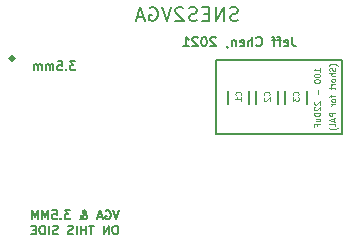
<source format=gbr>
G04 #@! TF.GenerationSoftware,KiCad,Pcbnew,(5.1.10-1-10_14)*
G04 #@! TF.CreationDate,2021-12-25T17:30:20-05:00*
G04 #@! TF.ProjectId,SNES2VGA,534e4553-3256-4474-912e-6b696361645f,1*
G04 #@! TF.SameCoordinates,Original*
G04 #@! TF.FileFunction,Legend,Bot*
G04 #@! TF.FilePolarity,Positive*
%FSLAX46Y46*%
G04 Gerber Fmt 4.6, Leading zero omitted, Abs format (unit mm)*
G04 Created by KiCad (PCBNEW (5.1.10-1-10_14)) date 2021-12-25 17:30:20*
%MOMM*%
%LPD*%
G01*
G04 APERTURE LIST*
%ADD10C,0.127000*%
%ADD11C,0.200000*%
%ADD12C,0.150000*%
%ADD13C,0.100000*%
%ADD14C,0.125000*%
%ADD15C,0.350000*%
%ADD16C,0.098425*%
%ADD17O,1.609600X3.117600*%
%ADD18C,1.801600*%
%ADD19C,4.167600*%
G04 APERTURE END LIST*
D10*
X149696190Y-94801904D02*
X149696190Y-95373333D01*
X149734285Y-95487619D01*
X149810476Y-95563809D01*
X149924761Y-95601904D01*
X150000952Y-95601904D01*
X149010476Y-95563809D02*
X149086666Y-95601904D01*
X149239047Y-95601904D01*
X149315238Y-95563809D01*
X149353333Y-95487619D01*
X149353333Y-95182857D01*
X149315238Y-95106666D01*
X149239047Y-95068571D01*
X149086666Y-95068571D01*
X149010476Y-95106666D01*
X148972380Y-95182857D01*
X148972380Y-95259047D01*
X149353333Y-95335238D01*
X148743809Y-95068571D02*
X148439047Y-95068571D01*
X148629523Y-95601904D02*
X148629523Y-94916190D01*
X148591428Y-94840000D01*
X148515238Y-94801904D01*
X148439047Y-94801904D01*
X148286666Y-95068571D02*
X147981904Y-95068571D01*
X148172380Y-95601904D02*
X148172380Y-94916190D01*
X148134285Y-94840000D01*
X148058095Y-94801904D01*
X147981904Y-94801904D01*
X146648571Y-95525714D02*
X146686666Y-95563809D01*
X146800952Y-95601904D01*
X146877142Y-95601904D01*
X146991428Y-95563809D01*
X147067619Y-95487619D01*
X147105714Y-95411428D01*
X147143809Y-95259047D01*
X147143809Y-95144761D01*
X147105714Y-94992380D01*
X147067619Y-94916190D01*
X146991428Y-94840000D01*
X146877142Y-94801904D01*
X146800952Y-94801904D01*
X146686666Y-94840000D01*
X146648571Y-94878095D01*
X146305714Y-95601904D02*
X146305714Y-94801904D01*
X145962857Y-95601904D02*
X145962857Y-95182857D01*
X146000952Y-95106666D01*
X146077142Y-95068571D01*
X146191428Y-95068571D01*
X146267619Y-95106666D01*
X146305714Y-95144761D01*
X145277142Y-95563809D02*
X145353333Y-95601904D01*
X145505714Y-95601904D01*
X145581904Y-95563809D01*
X145620000Y-95487619D01*
X145620000Y-95182857D01*
X145581904Y-95106666D01*
X145505714Y-95068571D01*
X145353333Y-95068571D01*
X145277142Y-95106666D01*
X145239047Y-95182857D01*
X145239047Y-95259047D01*
X145620000Y-95335238D01*
X144896190Y-95068571D02*
X144896190Y-95601904D01*
X144896190Y-95144761D02*
X144858095Y-95106666D01*
X144781904Y-95068571D01*
X144667619Y-95068571D01*
X144591428Y-95106666D01*
X144553333Y-95182857D01*
X144553333Y-95601904D01*
X144134285Y-95563809D02*
X144134285Y-95601904D01*
X144172380Y-95678095D01*
X144210476Y-95716190D01*
X143220000Y-94878095D02*
X143181904Y-94840000D01*
X143105714Y-94801904D01*
X142915238Y-94801904D01*
X142839047Y-94840000D01*
X142800952Y-94878095D01*
X142762857Y-94954285D01*
X142762857Y-95030476D01*
X142800952Y-95144761D01*
X143258095Y-95601904D01*
X142762857Y-95601904D01*
X142267619Y-94801904D02*
X142191428Y-94801904D01*
X142115238Y-94840000D01*
X142077142Y-94878095D01*
X142039047Y-94954285D01*
X142000952Y-95106666D01*
X142000952Y-95297142D01*
X142039047Y-95449523D01*
X142077142Y-95525714D01*
X142115238Y-95563809D01*
X142191428Y-95601904D01*
X142267619Y-95601904D01*
X142343809Y-95563809D01*
X142381904Y-95525714D01*
X142420000Y-95449523D01*
X142458095Y-95297142D01*
X142458095Y-95106666D01*
X142420000Y-94954285D01*
X142381904Y-94878095D01*
X142343809Y-94840000D01*
X142267619Y-94801904D01*
X141696190Y-94878095D02*
X141658095Y-94840000D01*
X141581904Y-94801904D01*
X141391428Y-94801904D01*
X141315238Y-94840000D01*
X141277142Y-94878095D01*
X141239047Y-94954285D01*
X141239047Y-95030476D01*
X141277142Y-95144761D01*
X141734285Y-95601904D01*
X141239047Y-95601904D01*
X140477142Y-95601904D02*
X140934285Y-95601904D01*
X140705714Y-95601904D02*
X140705714Y-94801904D01*
X140781904Y-94916190D01*
X140858095Y-94992380D01*
X140934285Y-95030476D01*
D11*
X145105714Y-93395714D02*
X144934285Y-93452857D01*
X144648571Y-93452857D01*
X144534285Y-93395714D01*
X144477142Y-93338571D01*
X144420000Y-93224285D01*
X144420000Y-93110000D01*
X144477142Y-92995714D01*
X144534285Y-92938571D01*
X144648571Y-92881428D01*
X144877142Y-92824285D01*
X144991428Y-92767142D01*
X145048571Y-92710000D01*
X145105714Y-92595714D01*
X145105714Y-92481428D01*
X145048571Y-92367142D01*
X144991428Y-92310000D01*
X144877142Y-92252857D01*
X144591428Y-92252857D01*
X144420000Y-92310000D01*
X143905714Y-93452857D02*
X143905714Y-92252857D01*
X143220000Y-93452857D01*
X143220000Y-92252857D01*
X142648571Y-92824285D02*
X142248571Y-92824285D01*
X142077142Y-93452857D02*
X142648571Y-93452857D01*
X142648571Y-92252857D01*
X142077142Y-92252857D01*
X141620000Y-93395714D02*
X141448571Y-93452857D01*
X141162857Y-93452857D01*
X141048571Y-93395714D01*
X140991428Y-93338571D01*
X140934285Y-93224285D01*
X140934285Y-93110000D01*
X140991428Y-92995714D01*
X141048571Y-92938571D01*
X141162857Y-92881428D01*
X141391428Y-92824285D01*
X141505714Y-92767142D01*
X141562857Y-92710000D01*
X141620000Y-92595714D01*
X141620000Y-92481428D01*
X141562857Y-92367142D01*
X141505714Y-92310000D01*
X141391428Y-92252857D01*
X141105714Y-92252857D01*
X140934285Y-92310000D01*
X140477142Y-92367142D02*
X140420000Y-92310000D01*
X140305714Y-92252857D01*
X140020000Y-92252857D01*
X139905714Y-92310000D01*
X139848571Y-92367142D01*
X139791428Y-92481428D01*
X139791428Y-92595714D01*
X139848571Y-92767142D01*
X140534285Y-93452857D01*
X139791428Y-93452857D01*
X139448571Y-92252857D02*
X139048571Y-93452857D01*
X138648571Y-92252857D01*
X137620000Y-92310000D02*
X137734285Y-92252857D01*
X137905714Y-92252857D01*
X138077142Y-92310000D01*
X138191428Y-92424285D01*
X138248571Y-92538571D01*
X138305714Y-92767142D01*
X138305714Y-92938571D01*
X138248571Y-93167142D01*
X138191428Y-93281428D01*
X138077142Y-93395714D01*
X137905714Y-93452857D01*
X137791428Y-93452857D01*
X137620000Y-93395714D01*
X137562857Y-93338571D01*
X137562857Y-92938571D01*
X137791428Y-92938571D01*
X137105714Y-93110000D02*
X136534285Y-93110000D01*
X137220000Y-93452857D02*
X136820000Y-92252857D01*
X136420000Y-93452857D01*
D12*
X131325714Y-96871285D02*
X130861428Y-96871285D01*
X131111428Y-97157000D01*
X131004285Y-97157000D01*
X130932857Y-97192714D01*
X130897142Y-97228428D01*
X130861428Y-97299857D01*
X130861428Y-97478428D01*
X130897142Y-97549857D01*
X130932857Y-97585571D01*
X131004285Y-97621285D01*
X131218571Y-97621285D01*
X131290000Y-97585571D01*
X131325714Y-97549857D01*
X130540000Y-97549857D02*
X130504285Y-97585571D01*
X130540000Y-97621285D01*
X130575714Y-97585571D01*
X130540000Y-97549857D01*
X130540000Y-97621285D01*
X129825714Y-96871285D02*
X130182857Y-96871285D01*
X130218571Y-97228428D01*
X130182857Y-97192714D01*
X130111428Y-97157000D01*
X129932857Y-97157000D01*
X129861428Y-97192714D01*
X129825714Y-97228428D01*
X129790000Y-97299857D01*
X129790000Y-97478428D01*
X129825714Y-97549857D01*
X129861428Y-97585571D01*
X129932857Y-97621285D01*
X130111428Y-97621285D01*
X130182857Y-97585571D01*
X130218571Y-97549857D01*
X129468571Y-97621285D02*
X129468571Y-97121285D01*
X129468571Y-97192714D02*
X129432857Y-97157000D01*
X129361428Y-97121285D01*
X129254285Y-97121285D01*
X129182857Y-97157000D01*
X129147142Y-97228428D01*
X129147142Y-97621285D01*
X129147142Y-97228428D02*
X129111428Y-97157000D01*
X129040000Y-97121285D01*
X128932857Y-97121285D01*
X128861428Y-97157000D01*
X128825714Y-97228428D01*
X128825714Y-97621285D01*
X128468571Y-97621285D02*
X128468571Y-97121285D01*
X128468571Y-97192714D02*
X128432857Y-97157000D01*
X128361428Y-97121285D01*
X128254285Y-97121285D01*
X128182857Y-97157000D01*
X128147142Y-97228428D01*
X128147142Y-97621285D01*
X128147142Y-97228428D02*
X128111428Y-97157000D01*
X128040000Y-97121285D01*
X127932857Y-97121285D01*
X127861428Y-97157000D01*
X127825714Y-97228428D01*
X127825714Y-97621285D01*
X135022142Y-109491785D02*
X134772142Y-110241785D01*
X134522142Y-109491785D01*
X133879285Y-109527500D02*
X133950714Y-109491785D01*
X134057857Y-109491785D01*
X134165000Y-109527500D01*
X134236428Y-109598928D01*
X134272142Y-109670357D01*
X134307857Y-109813214D01*
X134307857Y-109920357D01*
X134272142Y-110063214D01*
X134236428Y-110134642D01*
X134165000Y-110206071D01*
X134057857Y-110241785D01*
X133986428Y-110241785D01*
X133879285Y-110206071D01*
X133843571Y-110170357D01*
X133843571Y-109920357D01*
X133986428Y-109920357D01*
X133557857Y-110027500D02*
X133200714Y-110027500D01*
X133629285Y-110241785D02*
X133379285Y-109491785D01*
X133129285Y-110241785D01*
X131700714Y-110241785D02*
X131736428Y-110241785D01*
X131807857Y-110206071D01*
X131915000Y-110098928D01*
X132093571Y-109884642D01*
X132165000Y-109777500D01*
X132200714Y-109670357D01*
X132200714Y-109598928D01*
X132165000Y-109527500D01*
X132093571Y-109491785D01*
X132057857Y-109491785D01*
X131986428Y-109527500D01*
X131950714Y-109598928D01*
X131950714Y-109634642D01*
X131986428Y-109706071D01*
X132022142Y-109741785D01*
X132236428Y-109884642D01*
X132272142Y-109920357D01*
X132307857Y-109991785D01*
X132307857Y-110098928D01*
X132272142Y-110170357D01*
X132236428Y-110206071D01*
X132165000Y-110241785D01*
X132057857Y-110241785D01*
X131986428Y-110206071D01*
X131950714Y-110170357D01*
X131843571Y-110027500D01*
X131807857Y-109920357D01*
X131807857Y-109848928D01*
X130879285Y-109491785D02*
X130415000Y-109491785D01*
X130665000Y-109777500D01*
X130557857Y-109777500D01*
X130486428Y-109813214D01*
X130450714Y-109848928D01*
X130415000Y-109920357D01*
X130415000Y-110098928D01*
X130450714Y-110170357D01*
X130486428Y-110206071D01*
X130557857Y-110241785D01*
X130772142Y-110241785D01*
X130843571Y-110206071D01*
X130879285Y-110170357D01*
X130093571Y-110170357D02*
X130057857Y-110206071D01*
X130093571Y-110241785D01*
X130129285Y-110206071D01*
X130093571Y-110170357D01*
X130093571Y-110241785D01*
X129379285Y-109491785D02*
X129736428Y-109491785D01*
X129772142Y-109848928D01*
X129736428Y-109813214D01*
X129665000Y-109777500D01*
X129486428Y-109777500D01*
X129415000Y-109813214D01*
X129379285Y-109848928D01*
X129343571Y-109920357D01*
X129343571Y-110098928D01*
X129379285Y-110170357D01*
X129415000Y-110206071D01*
X129486428Y-110241785D01*
X129665000Y-110241785D01*
X129736428Y-110206071D01*
X129772142Y-110170357D01*
X129022142Y-110241785D02*
X129022142Y-109491785D01*
X128772142Y-110027500D01*
X128522142Y-109491785D01*
X128522142Y-110241785D01*
X128165000Y-110241785D02*
X128165000Y-109491785D01*
X127915000Y-110027500D01*
X127665000Y-109491785D01*
X127665000Y-110241785D01*
X134790000Y-110766785D02*
X134647142Y-110766785D01*
X134575714Y-110802500D01*
X134504285Y-110873928D01*
X134468571Y-111016785D01*
X134468571Y-111266785D01*
X134504285Y-111409642D01*
X134575714Y-111481071D01*
X134647142Y-111516785D01*
X134790000Y-111516785D01*
X134861428Y-111481071D01*
X134932857Y-111409642D01*
X134968571Y-111266785D01*
X134968571Y-111016785D01*
X134932857Y-110873928D01*
X134861428Y-110802500D01*
X134790000Y-110766785D01*
X134147142Y-111516785D02*
X134147142Y-110766785D01*
X133718571Y-111516785D01*
X133718571Y-110766785D01*
X132897142Y-110766785D02*
X132468571Y-110766785D01*
X132682857Y-111516785D02*
X132682857Y-110766785D01*
X132218571Y-111516785D02*
X132218571Y-110766785D01*
X132218571Y-111123928D02*
X131790000Y-111123928D01*
X131790000Y-111516785D02*
X131790000Y-110766785D01*
X131432857Y-111516785D02*
X131432857Y-110766785D01*
X131111428Y-111481071D02*
X131004285Y-111516785D01*
X130825714Y-111516785D01*
X130754285Y-111481071D01*
X130718571Y-111445357D01*
X130682857Y-111373928D01*
X130682857Y-111302500D01*
X130718571Y-111231071D01*
X130754285Y-111195357D01*
X130825714Y-111159642D01*
X130968571Y-111123928D01*
X131040000Y-111088214D01*
X131075714Y-111052500D01*
X131111428Y-110981071D01*
X131111428Y-110909642D01*
X131075714Y-110838214D01*
X131040000Y-110802500D01*
X130968571Y-110766785D01*
X130790000Y-110766785D01*
X130682857Y-110802500D01*
X129825714Y-111481071D02*
X129718571Y-111516785D01*
X129540000Y-111516785D01*
X129468571Y-111481071D01*
X129432857Y-111445357D01*
X129397142Y-111373928D01*
X129397142Y-111302500D01*
X129432857Y-111231071D01*
X129468571Y-111195357D01*
X129540000Y-111159642D01*
X129682857Y-111123928D01*
X129754285Y-111088214D01*
X129790000Y-111052500D01*
X129825714Y-110981071D01*
X129825714Y-110909642D01*
X129790000Y-110838214D01*
X129754285Y-110802500D01*
X129682857Y-110766785D01*
X129504285Y-110766785D01*
X129397142Y-110802500D01*
X129075714Y-111516785D02*
X129075714Y-110766785D01*
X128718571Y-111516785D02*
X128718571Y-110766785D01*
X128540000Y-110766785D01*
X128432857Y-110802500D01*
X128361428Y-110873928D01*
X128325714Y-110945357D01*
X128290000Y-111088214D01*
X128290000Y-111195357D01*
X128325714Y-111338214D01*
X128361428Y-111409642D01*
X128432857Y-111481071D01*
X128540000Y-111516785D01*
X128718571Y-111516785D01*
X127968571Y-111123928D02*
X127718571Y-111123928D01*
X127611428Y-111516785D02*
X127968571Y-111516785D01*
X127968571Y-110766785D01*
X127611428Y-110766785D01*
D13*
X152036190Y-97731428D02*
X152036190Y-97445714D01*
X152036190Y-97588571D02*
X151536190Y-97588571D01*
X151607619Y-97540952D01*
X151655238Y-97493333D01*
X151679047Y-97445714D01*
X151536190Y-98040952D02*
X151536190Y-98088571D01*
X151560000Y-98136190D01*
X151583809Y-98160000D01*
X151631428Y-98183809D01*
X151726666Y-98207619D01*
X151845714Y-98207619D01*
X151940952Y-98183809D01*
X151988571Y-98160000D01*
X152012380Y-98136190D01*
X152036190Y-98088571D01*
X152036190Y-98040952D01*
X152012380Y-97993333D01*
X151988571Y-97969523D01*
X151940952Y-97945714D01*
X151845714Y-97921904D01*
X151726666Y-97921904D01*
X151631428Y-97945714D01*
X151583809Y-97969523D01*
X151560000Y-97993333D01*
X151536190Y-98040952D01*
X151536190Y-98517142D02*
X151536190Y-98564761D01*
X151560000Y-98612380D01*
X151583809Y-98636190D01*
X151631428Y-98660000D01*
X151726666Y-98683809D01*
X151845714Y-98683809D01*
X151940952Y-98660000D01*
X151988571Y-98636190D01*
X152012380Y-98612380D01*
X152036190Y-98564761D01*
X152036190Y-98517142D01*
X152012380Y-98469523D01*
X151988571Y-98445714D01*
X151940952Y-98421904D01*
X151845714Y-98398095D01*
X151726666Y-98398095D01*
X151631428Y-98421904D01*
X151583809Y-98445714D01*
X151560000Y-98469523D01*
X151536190Y-98517142D01*
X151845714Y-99279047D02*
X151845714Y-99660000D01*
X151583809Y-100255238D02*
X151560000Y-100279047D01*
X151536190Y-100326666D01*
X151536190Y-100445714D01*
X151560000Y-100493333D01*
X151583809Y-100517142D01*
X151631428Y-100540952D01*
X151679047Y-100540952D01*
X151750476Y-100517142D01*
X152036190Y-100231428D01*
X152036190Y-100540952D01*
X151583809Y-100731428D02*
X151560000Y-100755238D01*
X151536190Y-100802857D01*
X151536190Y-100921904D01*
X151560000Y-100969523D01*
X151583809Y-100993333D01*
X151631428Y-101017142D01*
X151679047Y-101017142D01*
X151750476Y-100993333D01*
X152036190Y-100707619D01*
X152036190Y-101017142D01*
X151536190Y-101326666D02*
X151536190Y-101374285D01*
X151560000Y-101421904D01*
X151583809Y-101445714D01*
X151631428Y-101469523D01*
X151726666Y-101493333D01*
X151845714Y-101493333D01*
X151940952Y-101469523D01*
X151988571Y-101445714D01*
X152012380Y-101421904D01*
X152036190Y-101374285D01*
X152036190Y-101326666D01*
X152012380Y-101279047D01*
X151988571Y-101255238D01*
X151940952Y-101231428D01*
X151845714Y-101207619D01*
X151726666Y-101207619D01*
X151631428Y-101231428D01*
X151583809Y-101255238D01*
X151560000Y-101279047D01*
X151536190Y-101326666D01*
X151702857Y-101921904D02*
X152036190Y-101921904D01*
X151702857Y-101707619D02*
X151964761Y-101707619D01*
X152012380Y-101731428D01*
X152036190Y-101779047D01*
X152036190Y-101850476D01*
X152012380Y-101898095D01*
X151988571Y-101921904D01*
X151774285Y-102326666D02*
X151774285Y-102160000D01*
X152036190Y-102160000D02*
X151536190Y-102160000D01*
X151536190Y-102398095D01*
D14*
X153526666Y-97229047D02*
X153502857Y-97205238D01*
X153431428Y-97157619D01*
X153383809Y-97133809D01*
X153312380Y-97110000D01*
X153193333Y-97086190D01*
X153098095Y-97086190D01*
X152979047Y-97110000D01*
X152907619Y-97133809D01*
X152860000Y-97157619D01*
X152788571Y-97205238D01*
X152764761Y-97229047D01*
X153312380Y-97395714D02*
X153336190Y-97467142D01*
X153336190Y-97586190D01*
X153312380Y-97633809D01*
X153288571Y-97657619D01*
X153240952Y-97681428D01*
X153193333Y-97681428D01*
X153145714Y-97657619D01*
X153121904Y-97633809D01*
X153098095Y-97586190D01*
X153074285Y-97490952D01*
X153050476Y-97443333D01*
X153026666Y-97419523D01*
X152979047Y-97395714D01*
X152931428Y-97395714D01*
X152883809Y-97419523D01*
X152860000Y-97443333D01*
X152836190Y-97490952D01*
X152836190Y-97610000D01*
X152860000Y-97681428D01*
X153336190Y-97895714D02*
X152836190Y-97895714D01*
X153336190Y-98110000D02*
X153074285Y-98110000D01*
X153026666Y-98086190D01*
X153002857Y-98038571D01*
X153002857Y-97967142D01*
X153026666Y-97919523D01*
X153050476Y-97895714D01*
X153336190Y-98419523D02*
X153312380Y-98371904D01*
X153288571Y-98348095D01*
X153240952Y-98324285D01*
X153098095Y-98324285D01*
X153050476Y-98348095D01*
X153026666Y-98371904D01*
X153002857Y-98419523D01*
X153002857Y-98490952D01*
X153026666Y-98538571D01*
X153050476Y-98562380D01*
X153098095Y-98586190D01*
X153240952Y-98586190D01*
X153288571Y-98562380D01*
X153312380Y-98538571D01*
X153336190Y-98490952D01*
X153336190Y-98419523D01*
X153336190Y-98800476D02*
X153002857Y-98800476D01*
X153098095Y-98800476D02*
X153050476Y-98824285D01*
X153026666Y-98848095D01*
X153002857Y-98895714D01*
X153002857Y-98943333D01*
X153002857Y-99038571D02*
X153002857Y-99229047D01*
X152836190Y-99110000D02*
X153264761Y-99110000D01*
X153312380Y-99133809D01*
X153336190Y-99181428D01*
X153336190Y-99229047D01*
X153002857Y-99705238D02*
X153002857Y-99895714D01*
X153336190Y-99776666D02*
X152907619Y-99776666D01*
X152860000Y-99800476D01*
X152836190Y-99848095D01*
X152836190Y-99895714D01*
X153336190Y-100133809D02*
X153312380Y-100086190D01*
X153288571Y-100062380D01*
X153240952Y-100038571D01*
X153098095Y-100038571D01*
X153050476Y-100062380D01*
X153026666Y-100086190D01*
X153002857Y-100133809D01*
X153002857Y-100205238D01*
X153026666Y-100252857D01*
X153050476Y-100276666D01*
X153098095Y-100300476D01*
X153240952Y-100300476D01*
X153288571Y-100276666D01*
X153312380Y-100252857D01*
X153336190Y-100205238D01*
X153336190Y-100133809D01*
X153336190Y-100514761D02*
X153002857Y-100514761D01*
X153098095Y-100514761D02*
X153050476Y-100538571D01*
X153026666Y-100562380D01*
X153002857Y-100610000D01*
X153002857Y-100657619D01*
X153336190Y-101205238D02*
X152836190Y-101205238D01*
X152836190Y-101395714D01*
X152860000Y-101443333D01*
X152883809Y-101467142D01*
X152931428Y-101490952D01*
X153002857Y-101490952D01*
X153050476Y-101467142D01*
X153074285Y-101443333D01*
X153098095Y-101395714D01*
X153098095Y-101205238D01*
X153193333Y-101681428D02*
X153193333Y-101919523D01*
X153336190Y-101633809D02*
X152836190Y-101800476D01*
X153336190Y-101967142D01*
X153336190Y-102371904D02*
X153336190Y-102133809D01*
X152836190Y-102133809D01*
X153526666Y-102490952D02*
X153502857Y-102514761D01*
X153431428Y-102562380D01*
X153383809Y-102586190D01*
X153312380Y-102610000D01*
X153193333Y-102633809D01*
X153098095Y-102633809D01*
X152979047Y-102610000D01*
X152907619Y-102586190D01*
X152860000Y-102562380D01*
X152788571Y-102514761D01*
X152764761Y-102490952D01*
D10*
X153890000Y-103010000D02*
X153890000Y-96730000D01*
X143200000Y-103010000D02*
X153890000Y-103010000D01*
X143200000Y-96730000D02*
X143200000Y-103010000D01*
X153890000Y-96730000D02*
X143200000Y-96730000D01*
X144230000Y-99390000D02*
X144230000Y-100470000D01*
X146030000Y-99390000D02*
X146030000Y-100470000D01*
X146660000Y-99390000D02*
X146660000Y-100470000D01*
X148460000Y-99390000D02*
X148460000Y-100470000D01*
X149100000Y-99390000D02*
X149100000Y-100470000D01*
X150900000Y-99390000D02*
X150900000Y-100470000D01*
D15*
X126130000Y-96620000D02*
G75*
G03*
X126130000Y-96620000I-150000J0D01*
G01*
D16*
X145318571Y-99736666D02*
X145342380Y-99712857D01*
X145366190Y-99641428D01*
X145366190Y-99593809D01*
X145342380Y-99522380D01*
X145294761Y-99474761D01*
X145247142Y-99450952D01*
X145151904Y-99427142D01*
X145080476Y-99427142D01*
X144985238Y-99450952D01*
X144937619Y-99474761D01*
X144890000Y-99522380D01*
X144866190Y-99593809D01*
X144866190Y-99641428D01*
X144890000Y-99712857D01*
X144913809Y-99736666D01*
X145366190Y-100212857D02*
X145366190Y-99927142D01*
X145366190Y-100070000D02*
X144866190Y-100070000D01*
X144937619Y-100022380D01*
X144985238Y-99974761D01*
X145009047Y-99927142D01*
X147738571Y-99746666D02*
X147762380Y-99722857D01*
X147786190Y-99651428D01*
X147786190Y-99603809D01*
X147762380Y-99532380D01*
X147714761Y-99484761D01*
X147667142Y-99460952D01*
X147571904Y-99437142D01*
X147500476Y-99437142D01*
X147405238Y-99460952D01*
X147357619Y-99484761D01*
X147310000Y-99532380D01*
X147286190Y-99603809D01*
X147286190Y-99651428D01*
X147310000Y-99722857D01*
X147333809Y-99746666D01*
X147333809Y-99937142D02*
X147310000Y-99960952D01*
X147286190Y-100008571D01*
X147286190Y-100127619D01*
X147310000Y-100175238D01*
X147333809Y-100199047D01*
X147381428Y-100222857D01*
X147429047Y-100222857D01*
X147500476Y-100199047D01*
X147786190Y-99913333D01*
X147786190Y-100222857D01*
X150188571Y-99736666D02*
X150212380Y-99712857D01*
X150236190Y-99641428D01*
X150236190Y-99593809D01*
X150212380Y-99522380D01*
X150164761Y-99474761D01*
X150117142Y-99450952D01*
X150021904Y-99427142D01*
X149950476Y-99427142D01*
X149855238Y-99450952D01*
X149807619Y-99474761D01*
X149760000Y-99522380D01*
X149736190Y-99593809D01*
X149736190Y-99641428D01*
X149760000Y-99712857D01*
X149783809Y-99736666D01*
X149736190Y-99903333D02*
X149736190Y-100212857D01*
X149926666Y-100046190D01*
X149926666Y-100117619D01*
X149950476Y-100165238D01*
X149974285Y-100189047D01*
X150021904Y-100212857D01*
X150140952Y-100212857D01*
X150188571Y-100189047D01*
X150212380Y-100165238D01*
X150236190Y-100117619D01*
X150236190Y-99974761D01*
X150212380Y-99927142D01*
X150188571Y-99903333D01*
%LPC*%
G36*
G01*
X144220000Y-97819200D02*
X146040000Y-97819200D01*
G75*
G02*
X146090800Y-97870000I0J-50800D01*
G01*
X146090800Y-99070000D01*
G75*
G02*
X146040000Y-99120800I-50800J0D01*
G01*
X144220000Y-99120800D01*
G75*
G02*
X144169200Y-99070000I0J50800D01*
G01*
X144169200Y-97870000D01*
G75*
G02*
X144220000Y-97819200I50800J0D01*
G01*
G37*
G36*
G01*
X144220000Y-100739200D02*
X146040000Y-100739200D01*
G75*
G02*
X146090800Y-100790000I0J-50800D01*
G01*
X146090800Y-101990000D01*
G75*
G02*
X146040000Y-102040800I-50800J0D01*
G01*
X144220000Y-102040800D01*
G75*
G02*
X144169200Y-101990000I0J50800D01*
G01*
X144169200Y-100790000D01*
G75*
G02*
X144220000Y-100739200I50800J0D01*
G01*
G37*
G36*
G01*
X146650000Y-97819200D02*
X148470000Y-97819200D01*
G75*
G02*
X148520800Y-97870000I0J-50800D01*
G01*
X148520800Y-99070000D01*
G75*
G02*
X148470000Y-99120800I-50800J0D01*
G01*
X146650000Y-99120800D01*
G75*
G02*
X146599200Y-99070000I0J50800D01*
G01*
X146599200Y-97870000D01*
G75*
G02*
X146650000Y-97819200I50800J0D01*
G01*
G37*
G36*
G01*
X146650000Y-100739200D02*
X148470000Y-100739200D01*
G75*
G02*
X148520800Y-100790000I0J-50800D01*
G01*
X148520800Y-101990000D01*
G75*
G02*
X148470000Y-102040800I-50800J0D01*
G01*
X146650000Y-102040800D01*
G75*
G02*
X146599200Y-101990000I0J50800D01*
G01*
X146599200Y-100790000D01*
G75*
G02*
X146650000Y-100739200I50800J0D01*
G01*
G37*
G36*
G01*
X149090000Y-97819200D02*
X150910000Y-97819200D01*
G75*
G02*
X150960800Y-97870000I0J-50800D01*
G01*
X150960800Y-99070000D01*
G75*
G02*
X150910000Y-99120800I-50800J0D01*
G01*
X149090000Y-99120800D01*
G75*
G02*
X149039200Y-99070000I0J50800D01*
G01*
X149039200Y-97870000D01*
G75*
G02*
X149090000Y-97819200I50800J0D01*
G01*
G37*
G36*
G01*
X149090000Y-100739200D02*
X150910000Y-100739200D01*
G75*
G02*
X150960800Y-100790000I0J-50800D01*
G01*
X150960800Y-101990000D01*
G75*
G02*
X150910000Y-102040800I-50800J0D01*
G01*
X149090000Y-102040800D01*
G75*
G02*
X149039200Y-101990000I0J50800D01*
G01*
X149039200Y-100790000D01*
G75*
G02*
X149090000Y-100739200I50800J0D01*
G01*
G37*
D17*
X126550000Y-98550000D03*
X128950000Y-100550000D03*
X132650000Y-98550000D03*
X134450000Y-100550000D03*
X138150000Y-98550000D03*
G36*
G01*
X145979200Y-91290400D02*
X145979200Y-88989600D01*
G75*
G02*
X146479600Y-88489200I500400J0D01*
G01*
X147480400Y-88489200D01*
G75*
G02*
X147980800Y-88989600I0J-500400D01*
G01*
X147980800Y-91290400D01*
G75*
G02*
X147480400Y-91790800I-500400J0D01*
G01*
X146479600Y-91790800D01*
G75*
G02*
X145979200Y-91290400I0J500400D01*
G01*
G37*
G36*
G01*
X143559200Y-91290400D02*
X143559200Y-88989600D01*
G75*
G02*
X144059600Y-88489200I500400J0D01*
G01*
X145060400Y-88489200D01*
G75*
G02*
X145560800Y-88989600I0J-500400D01*
G01*
X145560800Y-91290400D01*
G75*
G02*
X145060400Y-91790800I-500400J0D01*
G01*
X144059600Y-91790800D01*
G75*
G02*
X143559200Y-91290400I0J500400D01*
G01*
G37*
G36*
G01*
X141139200Y-91290400D02*
X141139200Y-88989600D01*
G75*
G02*
X141639600Y-88489200I500400J0D01*
G01*
X142640400Y-88489200D01*
G75*
G02*
X143140800Y-88989600I0J-500400D01*
G01*
X143140800Y-91290400D01*
G75*
G02*
X142640400Y-91790800I-500400J0D01*
G01*
X141639600Y-91790800D01*
G75*
G02*
X141139200Y-91290400I0J500400D01*
G01*
G37*
G36*
G01*
X138719200Y-91290400D02*
X138719200Y-88989600D01*
G75*
G02*
X139219600Y-88489200I500400J0D01*
G01*
X140220400Y-88489200D01*
G75*
G02*
X140720800Y-88989600I0J-500400D01*
G01*
X140720800Y-91290400D01*
G75*
G02*
X140220400Y-91790800I-500400J0D01*
G01*
X139219600Y-91790800D01*
G75*
G02*
X138719200Y-91290400I0J500400D01*
G01*
G37*
G36*
G01*
X136299200Y-91290400D02*
X136299200Y-88989600D01*
G75*
G02*
X136799600Y-88489200I500400J0D01*
G01*
X137800400Y-88489200D01*
G75*
G02*
X138300800Y-88989600I0J-500400D01*
G01*
X138300800Y-91290400D01*
G75*
G02*
X137800400Y-91790800I-500400J0D01*
G01*
X136799600Y-91790800D01*
G75*
G02*
X136299200Y-91290400I0J500400D01*
G01*
G37*
G36*
G01*
X133879200Y-91290400D02*
X133879200Y-88989600D01*
G75*
G02*
X134379600Y-88489200I500400J0D01*
G01*
X135380400Y-88489200D01*
G75*
G02*
X135880800Y-88989600I0J-500400D01*
G01*
X135880800Y-91290400D01*
G75*
G02*
X135380400Y-91790800I-500400J0D01*
G01*
X134379600Y-91790800D01*
G75*
G02*
X133879200Y-91290400I0J500400D01*
G01*
G37*
D18*
X145505000Y-108980000D03*
X143215000Y-108980000D03*
X140925000Y-108980000D03*
X138635000Y-108980000D03*
X136345000Y-108980000D03*
X144360000Y-107000000D03*
X142070000Y-107000000D03*
X139780000Y-107000000D03*
X137490000Y-107000000D03*
X135200000Y-107000000D03*
X145505000Y-105020000D03*
X143215000Y-105020000D03*
X140925000Y-105020000D03*
X138635000Y-105020000D03*
D19*
X153420000Y-107000000D03*
X128430000Y-107000000D03*
G36*
G01*
X135444200Y-105870000D02*
X135444200Y-104170000D01*
G75*
G02*
X135495000Y-104119200I50800J0D01*
G01*
X137195000Y-104119200D01*
G75*
G02*
X137245800Y-104170000I0J-50800D01*
G01*
X137245800Y-105870000D01*
G75*
G02*
X137195000Y-105920800I-50800J0D01*
G01*
X135495000Y-105920800D01*
G75*
G02*
X135444200Y-105870000I0J50800D01*
G01*
G37*
M02*

</source>
